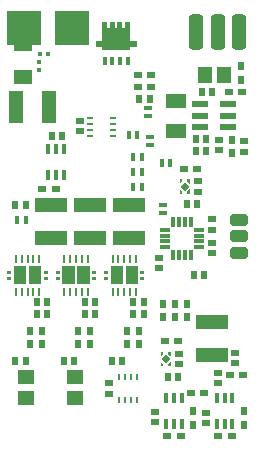
<source format=gbr>
%TF.GenerationSoftware,Altium Limited,Altium Designer,24.6.1 (21)*%
G04 Layer_Color=128*
%FSLAX26Y26*%
%MOIN*%
%TF.SameCoordinates,E3325630-42F2-41CE-953C-F4D0AC061200*%
%TF.FilePolarity,Positive*%
%TF.FileFunction,Paste,Bot*%
%TF.Part,Single*%
G01*
G75*
%TA.AperFunction,SMDPad,CuDef*%
%ADD11R,0.029528X0.023622*%
%ADD13R,0.023622X0.025197*%
%ADD14R,0.118110X0.118110*%
%ADD15R,0.025197X0.023622*%
%ADD16R,0.023622X0.029528*%
G04:AMPARAMS|DCode=18|XSize=49.213mil|YSize=118.11mil|CornerRadius=12.303mil|HoleSize=0mil|Usage=FLASHONLY|Rotation=0.000|XOffset=0mil|YOffset=0mil|HoleType=Round|Shape=RoundedRectangle|*
%AMROUNDEDRECTD18*
21,1,0.049213,0.093504,0,0,0.0*
21,1,0.024606,0.118110,0,0,0.0*
1,1,0.024606,0.012303,-0.046752*
1,1,0.024606,-0.012303,-0.046752*
1,1,0.024606,-0.012303,0.046752*
1,1,0.024606,0.012303,0.046752*
%
%ADD18ROUNDEDRECTD18*%
G04:AMPARAMS|DCode=23|XSize=59.055mil|YSize=39.37mil|CornerRadius=9.842mil|HoleSize=0mil|Usage=FLASHONLY|Rotation=0.000|XOffset=0mil|YOffset=0mil|HoleType=Round|Shape=RoundedRectangle|*
%AMROUNDEDRECTD23*
21,1,0.059055,0.019685,0,0,0.0*
21,1,0.039370,0.039370,0,0,0.0*
1,1,0.019685,0.019685,-0.009843*
1,1,0.019685,-0.019685,-0.009843*
1,1,0.019685,-0.019685,0.009843*
1,1,0.019685,0.019685,0.009843*
%
%ADD23ROUNDEDRECTD23*%
%ADD24R,0.051181X0.106299*%
%ADD30R,0.013386X0.031496*%
%ADD31R,0.016535X0.025984*%
%ADD32R,0.106299X0.051181*%
%ADD41R,0.064961X0.047244*%
%ADD42R,0.015748X0.027559*%
%ADD43R,0.013780X0.017323*%
%ADD44R,0.017323X0.013780*%
%ADD45R,0.013780X0.033465*%
%ADD46R,0.027559X0.015748*%
G04:AMPARAMS|DCode=47|XSize=33.071mil|YSize=10.236mil|CornerRadius=1.28mil|HoleSize=0mil|Usage=FLASHONLY|Rotation=180.000|XOffset=0mil|YOffset=0mil|HoleType=Round|Shape=RoundedRectangle|*
%AMROUNDEDRECTD47*
21,1,0.033071,0.007677,0,0,180.0*
21,1,0.030512,0.010236,0,0,180.0*
1,1,0.002559,-0.015256,0.003839*
1,1,0.002559,0.015256,0.003839*
1,1,0.002559,0.015256,-0.003839*
1,1,0.002559,-0.015256,-0.003839*
%
%ADD47ROUNDEDRECTD47*%
G04:AMPARAMS|DCode=48|XSize=33.071mil|YSize=10.236mil|CornerRadius=1.28mil|HoleSize=0mil|Usage=FLASHONLY|Rotation=90.000|XOffset=0mil|YOffset=0mil|HoleType=Round|Shape=RoundedRectangle|*
%AMROUNDEDRECTD48*
21,1,0.033071,0.007677,0,0,90.0*
21,1,0.030512,0.010236,0,0,90.0*
1,1,0.002559,0.003839,0.015256*
1,1,0.002559,0.003839,-0.015256*
1,1,0.002559,-0.003839,-0.015256*
1,1,0.002559,-0.003839,0.015256*
%
%ADD48ROUNDEDRECTD48*%
G04:AMPARAMS|DCode=49|XSize=19.685mil|YSize=9.842mil|CornerRadius=1.23mil|HoleSize=0mil|Usage=FLASHONLY|Rotation=270.000|XOffset=0mil|YOffset=0mil|HoleType=Round|Shape=RoundedRectangle|*
%AMROUNDEDRECTD49*
21,1,0.019685,0.007382,0,0,270.0*
21,1,0.017224,0.009842,0,0,270.0*
1,1,0.002461,-0.003691,-0.008612*
1,1,0.002461,-0.003691,0.008612*
1,1,0.002461,0.003691,0.008612*
1,1,0.002461,0.003691,-0.008612*
%
%ADD49ROUNDEDRECTD49*%
%ADD54P,0.026725X4X180.0*%
G04:AMPARAMS|DCode=55|XSize=19.685mil|YSize=9.842mil|CornerRadius=1.23mil|HoleSize=0mil|Usage=FLASHONLY|Rotation=180.000|XOffset=0mil|YOffset=0mil|HoleType=Round|Shape=RoundedRectangle|*
%AMROUNDEDRECTD55*
21,1,0.019685,0.007382,0,0,180.0*
21,1,0.017224,0.009842,0,0,180.0*
1,1,0.002461,-0.008612,0.003691*
1,1,0.002461,0.008612,0.003691*
1,1,0.002461,0.008612,-0.003691*
1,1,0.002461,-0.008612,-0.003691*
%
%ADD55ROUNDEDRECTD55*%
%ADD57R,0.053150X0.023622*%
%ADD58R,0.051181X0.055118*%
%ADD59R,0.068898X0.047244*%
%ADD61R,0.053150X0.045276*%
G04:AMPARAMS|DCode=62|XSize=23.622mil|YSize=9.449mil|CornerRadius=1.181mil|HoleSize=0mil|Usage=FLASHONLY|Rotation=90.000|XOffset=0mil|YOffset=0mil|HoleType=Round|Shape=RoundedRectangle|*
%AMROUNDEDRECTD62*
21,1,0.023622,0.007087,0,0,90.0*
21,1,0.021260,0.009449,0,0,90.0*
1,1,0.002362,0.003543,0.010630*
1,1,0.002362,0.003543,-0.010630*
1,1,0.002362,-0.003543,-0.010630*
1,1,0.002362,-0.003543,0.010630*
%
%ADD62ROUNDEDRECTD62*%
G36*
X420669Y1368110D02*
X442126D01*
Y1345669D01*
X420669D01*
Y1338583D01*
X327362D01*
Y1345669D01*
X305906D01*
Y1368110D01*
X327362D01*
Y1429134D01*
X343898D01*
Y1410630D01*
X352953D01*
Y1429134D01*
X369488D01*
Y1410630D01*
X378543D01*
Y1429134D01*
X395079D01*
Y1410630D01*
X404134D01*
Y1429134D01*
X420669D01*
Y1368110D01*
D02*
G37*
G36*
X619291Y891732D02*
X618110D01*
X611009Y898818D01*
Y905905D01*
X619291D01*
Y891732D01*
D02*
G37*
G36*
X593716Y898818D02*
X586614Y891732D01*
X585433D01*
Y905905D01*
X593716D01*
Y898818D01*
D02*
G37*
G36*
X619291Y857874D02*
X611009D01*
Y864962D01*
X618110Y872047D01*
X619291D01*
Y857874D01*
D02*
G37*
G36*
X593716Y864962D02*
Y857874D01*
X585433D01*
Y872047D01*
X586614D01*
X593716Y864962D01*
D02*
G37*
G36*
X468504Y591535D02*
X455118D01*
Y601378D01*
X468504D01*
Y591535D01*
D02*
G37*
G36*
X348032D02*
X334646D01*
Y601378D01*
X348032D01*
Y591535D01*
D02*
G37*
G36*
X307087D02*
X293701D01*
Y601378D01*
X307087D01*
Y591535D01*
D02*
G37*
G36*
X186614D02*
X173228D01*
Y601378D01*
X186614D01*
Y591535D01*
D02*
G37*
G36*
X145669D02*
X132284D01*
Y601378D01*
X145669D01*
Y591535D01*
D02*
G37*
G36*
X25197D02*
X11811D01*
Y601378D01*
X25197D01*
Y591535D01*
D02*
G37*
G36*
X468504Y571850D02*
X455118D01*
Y581693D01*
X468504D01*
Y571850D01*
D02*
G37*
G36*
X348032D02*
X334646D01*
Y581693D01*
X348032D01*
Y571850D01*
D02*
G37*
G36*
X307087D02*
X293701D01*
Y581693D01*
X307087D01*
Y571850D01*
D02*
G37*
G36*
X186614D02*
X173228D01*
Y581693D01*
X186614D01*
Y571850D01*
D02*
G37*
G36*
X145669D02*
X132284D01*
Y581693D01*
X145669D01*
Y571850D01*
D02*
G37*
G36*
X25197D02*
X11811D01*
Y581693D01*
X25197D01*
Y571850D01*
D02*
G37*
G36*
X447244Y557087D02*
X405512D01*
Y616142D01*
X447244D01*
Y557087D01*
D02*
G37*
G36*
X397638D02*
X355906D01*
Y616142D01*
X397638D01*
Y557087D01*
D02*
G37*
G36*
X285827D02*
X244095D01*
Y616142D01*
X285827D01*
Y557087D01*
D02*
G37*
G36*
X236220D02*
X194488D01*
Y616142D01*
X236220D01*
Y557087D01*
D02*
G37*
G36*
X124409D02*
X82677D01*
Y616142D01*
X124409D01*
Y557087D01*
D02*
G37*
G36*
X74803D02*
X33071D01*
Y616142D01*
X74803D01*
Y557087D01*
D02*
G37*
G36*
X556299Y316929D02*
X555118D01*
X548016Y324015D01*
Y331102D01*
X556299D01*
Y316929D01*
D02*
G37*
G36*
X530724Y324015D02*
X523622Y316929D01*
X522441D01*
Y331102D01*
X530724D01*
Y324015D01*
D02*
G37*
G36*
X556299Y283071D02*
X548016D01*
Y290159D01*
X555118Y297244D01*
X556299D01*
Y283071D01*
D02*
G37*
G36*
X530724Y290159D02*
Y283071D01*
X522441D01*
Y297244D01*
X523622D01*
X530724Y290159D01*
D02*
G37*
D11*
X172244Y874016D02*
D03*
X126969D02*
D03*
X752953Y251969D02*
D03*
X798228D02*
D03*
X623032Y192913D02*
D03*
X668307D02*
D03*
X491142Y1251968D02*
D03*
X445866D02*
D03*
X491142Y1212598D02*
D03*
X445866D02*
D03*
X581693Y366142D02*
D03*
X536417D02*
D03*
X749016Y1196850D02*
D03*
X794291D02*
D03*
X644685Y940945D02*
D03*
X599409D02*
D03*
X758858Y51181D02*
D03*
X713583D02*
D03*
X589567D02*
D03*
X544291D02*
D03*
D13*
X72441Y818898D02*
D03*
X37795D02*
D03*
X159842Y1051181D02*
D03*
X194488D02*
D03*
X485827Y1173228D02*
D03*
X451181D02*
D03*
X632283Y586614D02*
D03*
X666929D02*
D03*
X545669Y248031D02*
D03*
X580315D02*
D03*
X640157Y1000000D02*
D03*
X674803D02*
D03*
X659842Y1196850D02*
D03*
X694488D02*
D03*
X640157Y1039370D02*
D03*
X674803D02*
D03*
X608661Y822835D02*
D03*
X643307D02*
D03*
X37795Y299213D02*
D03*
X72441D02*
D03*
X304724Y456693D02*
D03*
X270079D02*
D03*
X304724Y496063D02*
D03*
X270079D02*
D03*
X143307Y456693D02*
D03*
X108662D02*
D03*
X466142D02*
D03*
X431496D02*
D03*
X143307Y496063D02*
D03*
X108662D02*
D03*
X466142D02*
D03*
X431496D02*
D03*
X395276Y299213D02*
D03*
X360630D02*
D03*
X233858D02*
D03*
X199213D02*
D03*
D14*
X228346Y1409449D02*
D03*
X66929D02*
D03*
D15*
X771654Y328346D02*
D03*
Y293701D02*
D03*
X712598Y261417D02*
D03*
Y226772D02*
D03*
X515748Y608661D02*
D03*
Y643307D02*
D03*
X692913Y694488D02*
D03*
Y659843D02*
D03*
Y738583D02*
D03*
Y773228D02*
D03*
X350394Y191339D02*
D03*
X582677Y324409D02*
D03*
Y289764D02*
D03*
X350394Y225984D02*
D03*
X716535Y1037008D02*
D03*
Y1002362D02*
D03*
X799213Y998425D02*
D03*
Y1033071D02*
D03*
X645669Y899213D02*
D03*
Y864567D02*
D03*
X503937Y96850D02*
D03*
Y131496D02*
D03*
X673228Y127559D02*
D03*
Y92913D02*
D03*
X251969Y1100000D02*
D03*
Y1065354D02*
D03*
D16*
X531496Y491142D02*
D03*
Y445866D02*
D03*
X610236Y491142D02*
D03*
Y445866D02*
D03*
X570866Y491142D02*
D03*
Y445866D02*
D03*
X791339Y1282480D02*
D03*
Y1237205D02*
D03*
X759843Y1038386D02*
D03*
Y993110D02*
D03*
X629921Y132874D02*
D03*
Y87599D02*
D03*
X799212Y132874D02*
D03*
Y87599D02*
D03*
X409449Y355315D02*
D03*
Y400591D02*
D03*
X287402Y355315D02*
D03*
Y400591D02*
D03*
X248032Y355315D02*
D03*
Y400591D02*
D03*
X448819Y355315D02*
D03*
Y400591D02*
D03*
X125984Y355315D02*
D03*
Y400591D02*
D03*
X86614Y355315D02*
D03*
Y400591D02*
D03*
D18*
X783465Y1397638D02*
D03*
X712598D02*
D03*
X641732D02*
D03*
D23*
X783465Y771654D02*
D03*
Y661417D02*
D03*
Y716535D02*
D03*
D24*
X149606Y1145669D02*
D03*
X39370D02*
D03*
D30*
X335629Y1409450D02*
D03*
X361219D02*
D03*
X386811D02*
D03*
X412401D02*
D03*
D31*
X361220Y1300394D02*
D03*
X386811D02*
D03*
X335630D02*
D03*
X412401D02*
D03*
D32*
X287402Y818898D02*
D03*
Y708661D02*
D03*
X157480Y818898D02*
D03*
Y708661D02*
D03*
X417323Y818898D02*
D03*
Y708661D02*
D03*
X692913Y318898D02*
D03*
Y429134D02*
D03*
D41*
X62992Y1358268D02*
D03*
Y1248032D02*
D03*
D42*
X45276Y771654D02*
D03*
X72835D02*
D03*
X553150Y960630D02*
D03*
X525591D02*
D03*
X458661Y929134D02*
D03*
X431102D02*
D03*
X458661Y980315D02*
D03*
X431102D02*
D03*
X458661Y881890D02*
D03*
X431102D02*
D03*
X442913Y1055118D02*
D03*
X415354D02*
D03*
D43*
X118110Y1270669D02*
D03*
Y1296260D02*
D03*
D44*
X121063Y1322835D02*
D03*
X146654D02*
D03*
D45*
X147638Y1007874D02*
D03*
X173228D02*
D03*
X198819D02*
D03*
Y921260D02*
D03*
X147638D02*
D03*
X173228D02*
D03*
X592520Y90551D02*
D03*
X566929D02*
D03*
X541339D02*
D03*
Y177165D02*
D03*
X592520D02*
D03*
X566929D02*
D03*
X761811Y90551D02*
D03*
X736220D02*
D03*
X710630D02*
D03*
Y177165D02*
D03*
X761811D02*
D03*
X736220D02*
D03*
D46*
X488189Y1047244D02*
D03*
Y1019685D02*
D03*
X480315Y1116142D02*
D03*
Y1143701D02*
D03*
X531496Y820866D02*
D03*
Y793307D02*
D03*
D47*
X537992Y738189D02*
D03*
Y718504D02*
D03*
Y698819D02*
D03*
Y679134D02*
D03*
X650984D02*
D03*
Y698819D02*
D03*
Y718504D02*
D03*
Y738189D02*
D03*
D48*
X624016Y765158D02*
D03*
X604331D02*
D03*
X584646D02*
D03*
X564961D02*
D03*
Y652165D02*
D03*
X584646D02*
D03*
X604331D02*
D03*
X624016D02*
D03*
D49*
X383858Y171260D02*
D03*
X403543D02*
D03*
X423228D02*
D03*
X442913D02*
D03*
Y246063D02*
D03*
X423228D02*
D03*
X403543D02*
D03*
X383858D02*
D03*
D54*
X539370Y307087D02*
D03*
X602362Y881890D02*
D03*
D55*
X362205Y1110236D02*
D03*
Y1090551D02*
D03*
Y1070866D02*
D03*
Y1051181D02*
D03*
X287401D02*
D03*
Y1070866D02*
D03*
Y1090551D02*
D03*
Y1110236D02*
D03*
D57*
X654134Y1080709D02*
D03*
Y1118110D02*
D03*
Y1155512D02*
D03*
X747441Y1080709D02*
D03*
Y1118110D02*
D03*
Y1155512D02*
D03*
D58*
X669291Y1251968D02*
D03*
X732284D02*
D03*
D59*
X574803Y1067913D02*
D03*
Y1168307D02*
D03*
D61*
X74803Y178150D02*
D03*
Y247047D02*
D03*
X236220D02*
D03*
Y178150D02*
D03*
D62*
X118110Y531496D02*
D03*
X98425D02*
D03*
X78740D02*
D03*
X59055D02*
D03*
X39370D02*
D03*
Y641732D02*
D03*
X59055D02*
D03*
X78740D02*
D03*
X98425D02*
D03*
X118110D02*
D03*
X279528Y531496D02*
D03*
X259842D02*
D03*
X240157D02*
D03*
X220472D02*
D03*
X200787D02*
D03*
Y641732D02*
D03*
X220472D02*
D03*
X240157D02*
D03*
X259842D02*
D03*
X279528D02*
D03*
X440945Y531496D02*
D03*
X421260D02*
D03*
X401575D02*
D03*
X381890D02*
D03*
X362205D02*
D03*
Y641732D02*
D03*
X381890D02*
D03*
X401575D02*
D03*
X421260D02*
D03*
X440945D02*
D03*
%TF.MD5,5bd8568dd1226108de3971936be94006*%
M02*

</source>
